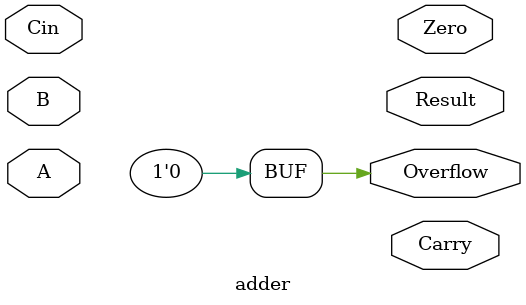
<source format=v>
module adder(
        input Cin,
        input [3:0] A,
        input [3:0] B,
        output reg [3:0] Result,
        output reg Carry,
        output reg Zero,
        output reg Overflow
    );
    assign {out_c, out_s} = in_x + in_y + {4'b0000, Cin};
    assign Overflow = (in_x[3] == in_y[3] && out_s[3] != in_x[3]);
    assign zero = ~(| out_s);

endmodule

</source>
